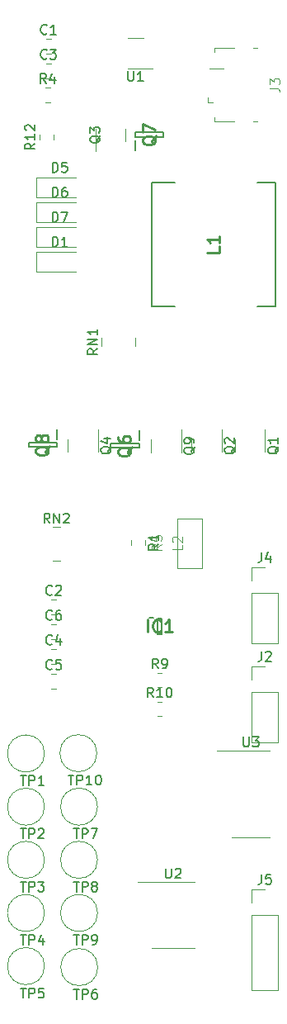
<source format=gto>
%TF.GenerationSoftware,KiCad,Pcbnew,7.0.10*%
%TF.CreationDate,2024-03-06T19:49:30-08:00*%
%TF.ProjectId,462FinalProject,34363246-696e-4616-9c50-726f6a656374,rev?*%
%TF.SameCoordinates,Original*%
%TF.FileFunction,Legend,Top*%
%TF.FilePolarity,Positive*%
%FSLAX46Y46*%
G04 Gerber Fmt 4.6, Leading zero omitted, Abs format (unit mm)*
G04 Created by KiCad (PCBNEW 7.0.10) date 2024-03-06 19:49:30*
%MOMM*%
%LPD*%
G01*
G04 APERTURE LIST*
%ADD10C,0.150000*%
%ADD11C,0.100000*%
%ADD12C,0.254000*%
%ADD13C,0.120000*%
%ADD14C,0.200000*%
G04 APERTURE END LIST*
D10*
X217162087Y-133902610D02*
X216828754Y-133426419D01*
X216590659Y-133902610D02*
X216590659Y-132902610D01*
X216590659Y-132902610D02*
X216971611Y-132902610D01*
X216971611Y-132902610D02*
X217066849Y-132950229D01*
X217066849Y-132950229D02*
X217114468Y-132997848D01*
X217114468Y-132997848D02*
X217162087Y-133093086D01*
X217162087Y-133093086D02*
X217162087Y-133235943D01*
X217162087Y-133235943D02*
X217114468Y-133331181D01*
X217114468Y-133331181D02*
X217066849Y-133378800D01*
X217066849Y-133378800D02*
X216971611Y-133426419D01*
X216971611Y-133426419D02*
X216590659Y-133426419D01*
X218114468Y-133902610D02*
X217543040Y-133902610D01*
X217828754Y-133902610D02*
X217828754Y-132902610D01*
X217828754Y-132902610D02*
X217733516Y-133045467D01*
X217733516Y-133045467D02*
X217638278Y-133140705D01*
X217638278Y-133140705D02*
X217543040Y-133188324D01*
X218733516Y-132902610D02*
X218828754Y-132902610D01*
X218828754Y-132902610D02*
X218923992Y-132950229D01*
X218923992Y-132950229D02*
X218971611Y-132997848D01*
X218971611Y-132997848D02*
X219019230Y-133093086D01*
X219019230Y-133093086D02*
X219066849Y-133283562D01*
X219066849Y-133283562D02*
X219066849Y-133521657D01*
X219066849Y-133521657D02*
X219019230Y-133712133D01*
X219019230Y-133712133D02*
X218971611Y-133807371D01*
X218971611Y-133807371D02*
X218923992Y-133854991D01*
X218923992Y-133854991D02*
X218828754Y-133902610D01*
X218828754Y-133902610D02*
X218733516Y-133902610D01*
X218733516Y-133902610D02*
X218638278Y-133854991D01*
X218638278Y-133854991D02*
X218590659Y-133807371D01*
X218590659Y-133807371D02*
X218543040Y-133712133D01*
X218543040Y-133712133D02*
X218495421Y-133521657D01*
X218495421Y-133521657D02*
X218495421Y-133283562D01*
X218495421Y-133283562D02*
X218543040Y-133093086D01*
X218543040Y-133093086D02*
X218590659Y-132997848D01*
X218590659Y-132997848D02*
X218638278Y-132950229D01*
X218638278Y-132950229D02*
X218733516Y-132902610D01*
X208989310Y-163826839D02*
X209560738Y-163826839D01*
X209275024Y-164826839D02*
X209275024Y-163826839D01*
X209894072Y-164826839D02*
X209894072Y-163826839D01*
X209894072Y-163826839D02*
X210275024Y-163826839D01*
X210275024Y-163826839D02*
X210370262Y-163874458D01*
X210370262Y-163874458D02*
X210417881Y-163922077D01*
X210417881Y-163922077D02*
X210465500Y-164017315D01*
X210465500Y-164017315D02*
X210465500Y-164160172D01*
X210465500Y-164160172D02*
X210417881Y-164255410D01*
X210417881Y-164255410D02*
X210370262Y-164303029D01*
X210370262Y-164303029D02*
X210275024Y-164350648D01*
X210275024Y-164350648D02*
X209894072Y-164350648D01*
X211322643Y-163826839D02*
X211132167Y-163826839D01*
X211132167Y-163826839D02*
X211036929Y-163874458D01*
X211036929Y-163874458D02*
X210989310Y-163922077D01*
X210989310Y-163922077D02*
X210894072Y-164064934D01*
X210894072Y-164064934D02*
X210846453Y-164255410D01*
X210846453Y-164255410D02*
X210846453Y-164636362D01*
X210846453Y-164636362D02*
X210894072Y-164731600D01*
X210894072Y-164731600D02*
X210941691Y-164779220D01*
X210941691Y-164779220D02*
X211036929Y-164826839D01*
X211036929Y-164826839D02*
X211227405Y-164826839D01*
X211227405Y-164826839D02*
X211322643Y-164779220D01*
X211322643Y-164779220D02*
X211370262Y-164731600D01*
X211370262Y-164731600D02*
X211417881Y-164636362D01*
X211417881Y-164636362D02*
X211417881Y-164398267D01*
X211417881Y-164398267D02*
X211370262Y-164303029D01*
X211370262Y-164303029D02*
X211322643Y-164255410D01*
X211322643Y-164255410D02*
X211227405Y-164207791D01*
X211227405Y-164207791D02*
X211036929Y-164207791D01*
X211036929Y-164207791D02*
X210941691Y-164255410D01*
X210941691Y-164255410D02*
X210894072Y-164303029D01*
X210894072Y-164303029D02*
X210846453Y-164398267D01*
X221418119Y-108234762D02*
X221370500Y-108330000D01*
X221370500Y-108330000D02*
X221275262Y-108425238D01*
X221275262Y-108425238D02*
X221132404Y-108568095D01*
X221132404Y-108568095D02*
X221084785Y-108663333D01*
X221084785Y-108663333D02*
X221084785Y-108758571D01*
X221322881Y-108710952D02*
X221275262Y-108806190D01*
X221275262Y-108806190D02*
X221180023Y-108901428D01*
X221180023Y-108901428D02*
X220989547Y-108949047D01*
X220989547Y-108949047D02*
X220656214Y-108949047D01*
X220656214Y-108949047D02*
X220465738Y-108901428D01*
X220465738Y-108901428D02*
X220370500Y-108806190D01*
X220370500Y-108806190D02*
X220322881Y-108710952D01*
X220322881Y-108710952D02*
X220322881Y-108520476D01*
X220322881Y-108520476D02*
X220370500Y-108425238D01*
X220370500Y-108425238D02*
X220465738Y-108330000D01*
X220465738Y-108330000D02*
X220656214Y-108282381D01*
X220656214Y-108282381D02*
X220989547Y-108282381D01*
X220989547Y-108282381D02*
X221180023Y-108330000D01*
X221180023Y-108330000D02*
X221275262Y-108425238D01*
X221275262Y-108425238D02*
X221322881Y-108520476D01*
X221322881Y-108520476D02*
X221322881Y-108710952D01*
X221322881Y-107806190D02*
X221322881Y-107615714D01*
X221322881Y-107615714D02*
X221275262Y-107520476D01*
X221275262Y-107520476D02*
X221227642Y-107472857D01*
X221227642Y-107472857D02*
X221084785Y-107377619D01*
X221084785Y-107377619D02*
X220894309Y-107330000D01*
X220894309Y-107330000D02*
X220513357Y-107330000D01*
X220513357Y-107330000D02*
X220418119Y-107377619D01*
X220418119Y-107377619D02*
X220370500Y-107425238D01*
X220370500Y-107425238D02*
X220322881Y-107520476D01*
X220322881Y-107520476D02*
X220322881Y-107710952D01*
X220322881Y-107710952D02*
X220370500Y-107806190D01*
X220370500Y-107806190D02*
X220418119Y-107853809D01*
X220418119Y-107853809D02*
X220513357Y-107901428D01*
X220513357Y-107901428D02*
X220751452Y-107901428D01*
X220751452Y-107901428D02*
X220846690Y-107853809D01*
X220846690Y-107853809D02*
X220894309Y-107806190D01*
X220894309Y-107806190D02*
X220941928Y-107710952D01*
X220941928Y-107710952D02*
X220941928Y-107520476D01*
X220941928Y-107520476D02*
X220894309Y-107425238D01*
X220894309Y-107425238D02*
X220846690Y-107377619D01*
X220846690Y-107377619D02*
X220751452Y-107330000D01*
X206766160Y-125878384D02*
X206718541Y-125926004D01*
X206718541Y-125926004D02*
X206575684Y-125973623D01*
X206575684Y-125973623D02*
X206480446Y-125973623D01*
X206480446Y-125973623D02*
X206337589Y-125926004D01*
X206337589Y-125926004D02*
X206242351Y-125830765D01*
X206242351Y-125830765D02*
X206194732Y-125735527D01*
X206194732Y-125735527D02*
X206147113Y-125545051D01*
X206147113Y-125545051D02*
X206147113Y-125402194D01*
X206147113Y-125402194D02*
X206194732Y-125211718D01*
X206194732Y-125211718D02*
X206242351Y-125116480D01*
X206242351Y-125116480D02*
X206337589Y-125021242D01*
X206337589Y-125021242D02*
X206480446Y-124973623D01*
X206480446Y-124973623D02*
X206575684Y-124973623D01*
X206575684Y-124973623D02*
X206718541Y-125021242D01*
X206718541Y-125021242D02*
X206766160Y-125068861D01*
X207623303Y-124973623D02*
X207432827Y-124973623D01*
X207432827Y-124973623D02*
X207337589Y-125021242D01*
X207337589Y-125021242D02*
X207289970Y-125068861D01*
X207289970Y-125068861D02*
X207194732Y-125211718D01*
X207194732Y-125211718D02*
X207147113Y-125402194D01*
X207147113Y-125402194D02*
X207147113Y-125783146D01*
X207147113Y-125783146D02*
X207194732Y-125878384D01*
X207194732Y-125878384D02*
X207242351Y-125926004D01*
X207242351Y-125926004D02*
X207337589Y-125973623D01*
X207337589Y-125973623D02*
X207528065Y-125973623D01*
X207528065Y-125973623D02*
X207623303Y-125926004D01*
X207623303Y-125926004D02*
X207670922Y-125878384D01*
X207670922Y-125878384D02*
X207718541Y-125783146D01*
X207718541Y-125783146D02*
X207718541Y-125545051D01*
X207718541Y-125545051D02*
X207670922Y-125449813D01*
X207670922Y-125449813D02*
X207623303Y-125402194D01*
X207623303Y-125402194D02*
X207528065Y-125354575D01*
X207528065Y-125354575D02*
X207337589Y-125354575D01*
X207337589Y-125354575D02*
X207242351Y-125402194D01*
X207242351Y-125402194D02*
X207194732Y-125449813D01*
X207194732Y-125449813D02*
X207147113Y-125545051D01*
X206802624Y-80071099D02*
X206802624Y-79071099D01*
X206802624Y-79071099D02*
X207040719Y-79071099D01*
X207040719Y-79071099D02*
X207183576Y-79118718D01*
X207183576Y-79118718D02*
X207278814Y-79213956D01*
X207278814Y-79213956D02*
X207326433Y-79309194D01*
X207326433Y-79309194D02*
X207374052Y-79499670D01*
X207374052Y-79499670D02*
X207374052Y-79642527D01*
X207374052Y-79642527D02*
X207326433Y-79833003D01*
X207326433Y-79833003D02*
X207278814Y-79928241D01*
X207278814Y-79928241D02*
X207183576Y-80023480D01*
X207183576Y-80023480D02*
X207040719Y-80071099D01*
X207040719Y-80071099D02*
X206802624Y-80071099D01*
X208278814Y-79071099D02*
X207802624Y-79071099D01*
X207802624Y-79071099D02*
X207755005Y-79547289D01*
X207755005Y-79547289D02*
X207802624Y-79499670D01*
X207802624Y-79499670D02*
X207897862Y-79452051D01*
X207897862Y-79452051D02*
X208135957Y-79452051D01*
X208135957Y-79452051D02*
X208231195Y-79499670D01*
X208231195Y-79499670D02*
X208278814Y-79547289D01*
X208278814Y-79547289D02*
X208326433Y-79642527D01*
X208326433Y-79642527D02*
X208326433Y-79880622D01*
X208326433Y-79880622D02*
X208278814Y-79975860D01*
X208278814Y-79975860D02*
X208231195Y-80023480D01*
X208231195Y-80023480D02*
X208135957Y-80071099D01*
X208135957Y-80071099D02*
X207897862Y-80071099D01*
X207897862Y-80071099D02*
X207802624Y-80023480D01*
X207802624Y-80023480D02*
X207755005Y-79975860D01*
X208968290Y-152823483D02*
X209539718Y-152823483D01*
X209254004Y-153823483D02*
X209254004Y-152823483D01*
X209873052Y-153823483D02*
X209873052Y-152823483D01*
X209873052Y-152823483D02*
X210254004Y-152823483D01*
X210254004Y-152823483D02*
X210349242Y-152871102D01*
X210349242Y-152871102D02*
X210396861Y-152918721D01*
X210396861Y-152918721D02*
X210444480Y-153013959D01*
X210444480Y-153013959D02*
X210444480Y-153156816D01*
X210444480Y-153156816D02*
X210396861Y-153252054D01*
X210396861Y-153252054D02*
X210349242Y-153299673D01*
X210349242Y-153299673D02*
X210254004Y-153347292D01*
X210254004Y-153347292D02*
X209873052Y-153347292D01*
X211015909Y-153252054D02*
X210920671Y-153204435D01*
X210920671Y-153204435D02*
X210873052Y-153156816D01*
X210873052Y-153156816D02*
X210825433Y-153061578D01*
X210825433Y-153061578D02*
X210825433Y-153013959D01*
X210825433Y-153013959D02*
X210873052Y-152918721D01*
X210873052Y-152918721D02*
X210920671Y-152871102D01*
X210920671Y-152871102D02*
X211015909Y-152823483D01*
X211015909Y-152823483D02*
X211206385Y-152823483D01*
X211206385Y-152823483D02*
X211301623Y-152871102D01*
X211301623Y-152871102D02*
X211349242Y-152918721D01*
X211349242Y-152918721D02*
X211396861Y-153013959D01*
X211396861Y-153013959D02*
X211396861Y-153061578D01*
X211396861Y-153061578D02*
X211349242Y-153156816D01*
X211349242Y-153156816D02*
X211301623Y-153204435D01*
X211301623Y-153204435D02*
X211206385Y-153252054D01*
X211206385Y-153252054D02*
X211015909Y-153252054D01*
X211015909Y-153252054D02*
X210920671Y-153299673D01*
X210920671Y-153299673D02*
X210873052Y-153347292D01*
X210873052Y-153347292D02*
X210825433Y-153442530D01*
X210825433Y-153442530D02*
X210825433Y-153633006D01*
X210825433Y-153633006D02*
X210873052Y-153728244D01*
X210873052Y-153728244D02*
X210920671Y-153775864D01*
X210920671Y-153775864D02*
X211015909Y-153823483D01*
X211015909Y-153823483D02*
X211206385Y-153823483D01*
X211206385Y-153823483D02*
X211301623Y-153775864D01*
X211301623Y-153775864D02*
X211349242Y-153728244D01*
X211349242Y-153728244D02*
X211396861Y-153633006D01*
X211396861Y-153633006D02*
X211396861Y-153442530D01*
X211396861Y-153442530D02*
X211349242Y-153347292D01*
X211349242Y-153347292D02*
X211301623Y-153299673D01*
X211301623Y-153299673D02*
X211206385Y-153252054D01*
X203518290Y-152823483D02*
X204089718Y-152823483D01*
X203804004Y-153823483D02*
X203804004Y-152823483D01*
X204423052Y-153823483D02*
X204423052Y-152823483D01*
X204423052Y-152823483D02*
X204804004Y-152823483D01*
X204804004Y-152823483D02*
X204899242Y-152871102D01*
X204899242Y-152871102D02*
X204946861Y-152918721D01*
X204946861Y-152918721D02*
X204994480Y-153013959D01*
X204994480Y-153013959D02*
X204994480Y-153156816D01*
X204994480Y-153156816D02*
X204946861Y-153252054D01*
X204946861Y-153252054D02*
X204899242Y-153299673D01*
X204899242Y-153299673D02*
X204804004Y-153347292D01*
X204804004Y-153347292D02*
X204423052Y-153347292D01*
X205327814Y-152823483D02*
X205946861Y-152823483D01*
X205946861Y-152823483D02*
X205613528Y-153204435D01*
X205613528Y-153204435D02*
X205756385Y-153204435D01*
X205756385Y-153204435D02*
X205851623Y-153252054D01*
X205851623Y-153252054D02*
X205899242Y-153299673D01*
X205899242Y-153299673D02*
X205946861Y-153394911D01*
X205946861Y-153394911D02*
X205946861Y-153633006D01*
X205946861Y-153633006D02*
X205899242Y-153728244D01*
X205899242Y-153728244D02*
X205851623Y-153775864D01*
X205851623Y-153775864D02*
X205756385Y-153823483D01*
X205756385Y-153823483D02*
X205470671Y-153823483D01*
X205470671Y-153823483D02*
X205375433Y-153775864D01*
X205375433Y-153775864D02*
X205327814Y-153728244D01*
D11*
X220107825Y-118267916D02*
X220107825Y-118744106D01*
X220107825Y-118744106D02*
X219107825Y-118744106D01*
X219203063Y-117982201D02*
X219155444Y-117934582D01*
X219155444Y-117934582D02*
X219107825Y-117839344D01*
X219107825Y-117839344D02*
X219107825Y-117601249D01*
X219107825Y-117601249D02*
X219155444Y-117506011D01*
X219155444Y-117506011D02*
X219203063Y-117458392D01*
X219203063Y-117458392D02*
X219298301Y-117410773D01*
X219298301Y-117410773D02*
X219393539Y-117410773D01*
X219393539Y-117410773D02*
X219536396Y-117458392D01*
X219536396Y-117458392D02*
X220107825Y-118029820D01*
X220107825Y-118029820D02*
X220107825Y-117410773D01*
D12*
X206492195Y-108155606D02*
X206431719Y-108276558D01*
X206431719Y-108276558D02*
X206310767Y-108397511D01*
X206310767Y-108397511D02*
X206129338Y-108578939D01*
X206129338Y-108578939D02*
X206068862Y-108699892D01*
X206068862Y-108699892D02*
X206068862Y-108820844D01*
X206371243Y-108760368D02*
X206310767Y-108881320D01*
X206310767Y-108881320D02*
X206189814Y-109002273D01*
X206189814Y-109002273D02*
X205947909Y-109062749D01*
X205947909Y-109062749D02*
X205524576Y-109062749D01*
X205524576Y-109062749D02*
X205282671Y-109002273D01*
X205282671Y-109002273D02*
X205161719Y-108881320D01*
X205161719Y-108881320D02*
X205101243Y-108760368D01*
X205101243Y-108760368D02*
X205101243Y-108518463D01*
X205101243Y-108518463D02*
X205161719Y-108397511D01*
X205161719Y-108397511D02*
X205282671Y-108276558D01*
X205282671Y-108276558D02*
X205524576Y-108216082D01*
X205524576Y-108216082D02*
X205947909Y-108216082D01*
X205947909Y-108216082D02*
X206189814Y-108276558D01*
X206189814Y-108276558D02*
X206310767Y-108397511D01*
X206310767Y-108397511D02*
X206371243Y-108518463D01*
X206371243Y-108518463D02*
X206371243Y-108760368D01*
X205645528Y-107490368D02*
X205585052Y-107611320D01*
X205585052Y-107611320D02*
X205524576Y-107671797D01*
X205524576Y-107671797D02*
X205403624Y-107732273D01*
X205403624Y-107732273D02*
X205343147Y-107732273D01*
X205343147Y-107732273D02*
X205222195Y-107671797D01*
X205222195Y-107671797D02*
X205161719Y-107611320D01*
X205161719Y-107611320D02*
X205101243Y-107490368D01*
X205101243Y-107490368D02*
X205101243Y-107248463D01*
X205101243Y-107248463D02*
X205161719Y-107127511D01*
X205161719Y-107127511D02*
X205222195Y-107067035D01*
X205222195Y-107067035D02*
X205343147Y-107006558D01*
X205343147Y-107006558D02*
X205403624Y-107006558D01*
X205403624Y-107006558D02*
X205524576Y-107067035D01*
X205524576Y-107067035D02*
X205585052Y-107127511D01*
X205585052Y-107127511D02*
X205645528Y-107248463D01*
X205645528Y-107248463D02*
X205645528Y-107490368D01*
X205645528Y-107490368D02*
X205706005Y-107611320D01*
X205706005Y-107611320D02*
X205766481Y-107671797D01*
X205766481Y-107671797D02*
X205887433Y-107732273D01*
X205887433Y-107732273D02*
X206129338Y-107732273D01*
X206129338Y-107732273D02*
X206250290Y-107671797D01*
X206250290Y-107671797D02*
X206310767Y-107611320D01*
X206310767Y-107611320D02*
X206371243Y-107490368D01*
X206371243Y-107490368D02*
X206371243Y-107248463D01*
X206371243Y-107248463D02*
X206310767Y-107127511D01*
X206310767Y-107127511D02*
X206250290Y-107067035D01*
X206250290Y-107067035D02*
X206129338Y-107006558D01*
X206129338Y-107006558D02*
X205887433Y-107006558D01*
X205887433Y-107006558D02*
X205766481Y-107067035D01*
X205766481Y-107067035D02*
X205706005Y-107127511D01*
X205706005Y-107127511D02*
X205645528Y-107248463D01*
D10*
X205000340Y-77112606D02*
X204524149Y-77445939D01*
X205000340Y-77684034D02*
X204000340Y-77684034D01*
X204000340Y-77684034D02*
X204000340Y-77303082D01*
X204000340Y-77303082D02*
X204047959Y-77207844D01*
X204047959Y-77207844D02*
X204095578Y-77160225D01*
X204095578Y-77160225D02*
X204190816Y-77112606D01*
X204190816Y-77112606D02*
X204333673Y-77112606D01*
X204333673Y-77112606D02*
X204428911Y-77160225D01*
X204428911Y-77160225D02*
X204476530Y-77207844D01*
X204476530Y-77207844D02*
X204524149Y-77303082D01*
X204524149Y-77303082D02*
X204524149Y-77684034D01*
X205000340Y-76160225D02*
X205000340Y-76731653D01*
X205000340Y-76445939D02*
X204000340Y-76445939D01*
X204000340Y-76445939D02*
X204143197Y-76541177D01*
X204143197Y-76541177D02*
X204238435Y-76636415D01*
X204238435Y-76636415D02*
X204286054Y-76731653D01*
X204095578Y-75779272D02*
X204047959Y-75731653D01*
X204047959Y-75731653D02*
X204000340Y-75636415D01*
X204000340Y-75636415D02*
X204000340Y-75398320D01*
X204000340Y-75398320D02*
X204047959Y-75303082D01*
X204047959Y-75303082D02*
X204095578Y-75255463D01*
X204095578Y-75255463D02*
X204190816Y-75207844D01*
X204190816Y-75207844D02*
X204286054Y-75207844D01*
X204286054Y-75207844D02*
X204428911Y-75255463D01*
X204428911Y-75255463D02*
X205000340Y-75826891D01*
X205000340Y-75826891D02*
X205000340Y-75207844D01*
X208968290Y-158273483D02*
X209539718Y-158273483D01*
X209254004Y-159273483D02*
X209254004Y-158273483D01*
X209873052Y-159273483D02*
X209873052Y-158273483D01*
X209873052Y-158273483D02*
X210254004Y-158273483D01*
X210254004Y-158273483D02*
X210349242Y-158321102D01*
X210349242Y-158321102D02*
X210396861Y-158368721D01*
X210396861Y-158368721D02*
X210444480Y-158463959D01*
X210444480Y-158463959D02*
X210444480Y-158606816D01*
X210444480Y-158606816D02*
X210396861Y-158702054D01*
X210396861Y-158702054D02*
X210349242Y-158749673D01*
X210349242Y-158749673D02*
X210254004Y-158797292D01*
X210254004Y-158797292D02*
X209873052Y-158797292D01*
X210920671Y-159273483D02*
X211111147Y-159273483D01*
X211111147Y-159273483D02*
X211206385Y-159225864D01*
X211206385Y-159225864D02*
X211254004Y-159178244D01*
X211254004Y-159178244D02*
X211349242Y-159035387D01*
X211349242Y-159035387D02*
X211396861Y-158844911D01*
X211396861Y-158844911D02*
X211396861Y-158463959D01*
X211396861Y-158463959D02*
X211349242Y-158368721D01*
X211349242Y-158368721D02*
X211301623Y-158321102D01*
X211301623Y-158321102D02*
X211206385Y-158273483D01*
X211206385Y-158273483D02*
X211015909Y-158273483D01*
X211015909Y-158273483D02*
X210920671Y-158321102D01*
X210920671Y-158321102D02*
X210873052Y-158368721D01*
X210873052Y-158368721D02*
X210825433Y-158463959D01*
X210825433Y-158463959D02*
X210825433Y-158702054D01*
X210825433Y-158702054D02*
X210873052Y-158797292D01*
X210873052Y-158797292D02*
X210920671Y-158844911D01*
X210920671Y-158844911D02*
X211015909Y-158892530D01*
X211015909Y-158892530D02*
X211206385Y-158892530D01*
X211206385Y-158892530D02*
X211301623Y-158844911D01*
X211301623Y-158844911D02*
X211349242Y-158797292D01*
X211349242Y-158797292D02*
X211396861Y-158702054D01*
X206802624Y-85151099D02*
X206802624Y-84151099D01*
X206802624Y-84151099D02*
X207040719Y-84151099D01*
X207040719Y-84151099D02*
X207183576Y-84198718D01*
X207183576Y-84198718D02*
X207278814Y-84293956D01*
X207278814Y-84293956D02*
X207326433Y-84389194D01*
X207326433Y-84389194D02*
X207374052Y-84579670D01*
X207374052Y-84579670D02*
X207374052Y-84722527D01*
X207374052Y-84722527D02*
X207326433Y-84913003D01*
X207326433Y-84913003D02*
X207278814Y-85008241D01*
X207278814Y-85008241D02*
X207183576Y-85103480D01*
X207183576Y-85103480D02*
X207040719Y-85151099D01*
X207040719Y-85151099D02*
X206802624Y-85151099D01*
X207707386Y-84151099D02*
X208374052Y-84151099D01*
X208374052Y-84151099D02*
X207945481Y-85151099D01*
X206225520Y-65840516D02*
X206177901Y-65888136D01*
X206177901Y-65888136D02*
X206035044Y-65935755D01*
X206035044Y-65935755D02*
X205939806Y-65935755D01*
X205939806Y-65935755D02*
X205796949Y-65888136D01*
X205796949Y-65888136D02*
X205701711Y-65792897D01*
X205701711Y-65792897D02*
X205654092Y-65697659D01*
X205654092Y-65697659D02*
X205606473Y-65507183D01*
X205606473Y-65507183D02*
X205606473Y-65364326D01*
X205606473Y-65364326D02*
X205654092Y-65173850D01*
X205654092Y-65173850D02*
X205701711Y-65078612D01*
X205701711Y-65078612D02*
X205796949Y-64983374D01*
X205796949Y-64983374D02*
X205939806Y-64935755D01*
X205939806Y-64935755D02*
X206035044Y-64935755D01*
X206035044Y-64935755D02*
X206177901Y-64983374D01*
X206177901Y-64983374D02*
X206225520Y-65030993D01*
X207177901Y-65935755D02*
X206606473Y-65935755D01*
X206892187Y-65935755D02*
X206892187Y-64935755D01*
X206892187Y-64935755D02*
X206796949Y-65078612D01*
X206796949Y-65078612D02*
X206701711Y-65173850D01*
X206701711Y-65173850D02*
X206606473Y-65221469D01*
X211750916Y-76332602D02*
X211703297Y-76427840D01*
X211703297Y-76427840D02*
X211608059Y-76523078D01*
X211608059Y-76523078D02*
X211465201Y-76665935D01*
X211465201Y-76665935D02*
X211417582Y-76761173D01*
X211417582Y-76761173D02*
X211417582Y-76856411D01*
X211655678Y-76808792D02*
X211608059Y-76904030D01*
X211608059Y-76904030D02*
X211512820Y-76999268D01*
X211512820Y-76999268D02*
X211322344Y-77046887D01*
X211322344Y-77046887D02*
X210989011Y-77046887D01*
X210989011Y-77046887D02*
X210798535Y-76999268D01*
X210798535Y-76999268D02*
X210703297Y-76904030D01*
X210703297Y-76904030D02*
X210655678Y-76808792D01*
X210655678Y-76808792D02*
X210655678Y-76618316D01*
X210655678Y-76618316D02*
X210703297Y-76523078D01*
X210703297Y-76523078D02*
X210798535Y-76427840D01*
X210798535Y-76427840D02*
X210989011Y-76380221D01*
X210989011Y-76380221D02*
X211322344Y-76380221D01*
X211322344Y-76380221D02*
X211512820Y-76427840D01*
X211512820Y-76427840D02*
X211608059Y-76523078D01*
X211608059Y-76523078D02*
X211655678Y-76618316D01*
X211655678Y-76618316D02*
X211655678Y-76808792D01*
X210655678Y-76046887D02*
X210655678Y-75427840D01*
X210655678Y-75427840D02*
X211036630Y-75761173D01*
X211036630Y-75761173D02*
X211036630Y-75618316D01*
X211036630Y-75618316D02*
X211084249Y-75523078D01*
X211084249Y-75523078D02*
X211131868Y-75475459D01*
X211131868Y-75475459D02*
X211227106Y-75427840D01*
X211227106Y-75427840D02*
X211465201Y-75427840D01*
X211465201Y-75427840D02*
X211560439Y-75475459D01*
X211560439Y-75475459D02*
X211608059Y-75523078D01*
X211608059Y-75523078D02*
X211655678Y-75618316D01*
X211655678Y-75618316D02*
X211655678Y-75904030D01*
X211655678Y-75904030D02*
X211608059Y-75999268D01*
X211608059Y-75999268D02*
X211560439Y-76046887D01*
X206527475Y-116037498D02*
X206194142Y-115561307D01*
X205956047Y-116037498D02*
X205956047Y-115037498D01*
X205956047Y-115037498D02*
X206336999Y-115037498D01*
X206336999Y-115037498D02*
X206432237Y-115085117D01*
X206432237Y-115085117D02*
X206479856Y-115132736D01*
X206479856Y-115132736D02*
X206527475Y-115227974D01*
X206527475Y-115227974D02*
X206527475Y-115370831D01*
X206527475Y-115370831D02*
X206479856Y-115466069D01*
X206479856Y-115466069D02*
X206432237Y-115513688D01*
X206432237Y-115513688D02*
X206336999Y-115561307D01*
X206336999Y-115561307D02*
X205956047Y-115561307D01*
X206956047Y-116037498D02*
X206956047Y-115037498D01*
X206956047Y-115037498D02*
X207527475Y-116037498D01*
X207527475Y-116037498D02*
X207527475Y-115037498D01*
X207956047Y-115132736D02*
X208003666Y-115085117D01*
X208003666Y-115085117D02*
X208098904Y-115037498D01*
X208098904Y-115037498D02*
X208336999Y-115037498D01*
X208336999Y-115037498D02*
X208432237Y-115085117D01*
X208432237Y-115085117D02*
X208479856Y-115132736D01*
X208479856Y-115132736D02*
X208527475Y-115227974D01*
X208527475Y-115227974D02*
X208527475Y-115323212D01*
X208527475Y-115323212D02*
X208479856Y-115466069D01*
X208479856Y-115466069D02*
X207908428Y-116037498D01*
X207908428Y-116037498D02*
X208527475Y-116037498D01*
X226415720Y-137970360D02*
X226415720Y-138779883D01*
X226415720Y-138779883D02*
X226463339Y-138875121D01*
X226463339Y-138875121D02*
X226510958Y-138922741D01*
X226510958Y-138922741D02*
X226606196Y-138970360D01*
X226606196Y-138970360D02*
X226796672Y-138970360D01*
X226796672Y-138970360D02*
X226891910Y-138922741D01*
X226891910Y-138922741D02*
X226939529Y-138875121D01*
X226939529Y-138875121D02*
X226987148Y-138779883D01*
X226987148Y-138779883D02*
X226987148Y-137970360D01*
X227368101Y-137970360D02*
X227987148Y-137970360D01*
X227987148Y-137970360D02*
X227653815Y-138351312D01*
X227653815Y-138351312D02*
X227796672Y-138351312D01*
X227796672Y-138351312D02*
X227891910Y-138398931D01*
X227891910Y-138398931D02*
X227939529Y-138446550D01*
X227939529Y-138446550D02*
X227987148Y-138541788D01*
X227987148Y-138541788D02*
X227987148Y-138779883D01*
X227987148Y-138779883D02*
X227939529Y-138875121D01*
X227939529Y-138875121D02*
X227891910Y-138922741D01*
X227891910Y-138922741D02*
X227796672Y-138970360D01*
X227796672Y-138970360D02*
X227510958Y-138970360D01*
X227510958Y-138970360D02*
X227415720Y-138922741D01*
X227415720Y-138922741D02*
X227368101Y-138875121D01*
D11*
X229107419Y-71453333D02*
X229821704Y-71453333D01*
X229821704Y-71453333D02*
X229964561Y-71500952D01*
X229964561Y-71500952D02*
X230059800Y-71596190D01*
X230059800Y-71596190D02*
X230107419Y-71739047D01*
X230107419Y-71739047D02*
X230107419Y-71834285D01*
X229107419Y-71072380D02*
X229107419Y-70453333D01*
X229107419Y-70453333D02*
X229488371Y-70786666D01*
X229488371Y-70786666D02*
X229488371Y-70643809D01*
X229488371Y-70643809D02*
X229535990Y-70548571D01*
X229535990Y-70548571D02*
X229583609Y-70500952D01*
X229583609Y-70500952D02*
X229678847Y-70453333D01*
X229678847Y-70453333D02*
X229916942Y-70453333D01*
X229916942Y-70453333D02*
X230012180Y-70500952D01*
X230012180Y-70500952D02*
X230059800Y-70548571D01*
X230059800Y-70548571D02*
X230107419Y-70643809D01*
X230107419Y-70643809D02*
X230107419Y-70929523D01*
X230107419Y-70929523D02*
X230059800Y-71024761D01*
X230059800Y-71024761D02*
X230012180Y-71072380D01*
D10*
X203518290Y-141923483D02*
X204089718Y-141923483D01*
X203804004Y-142923483D02*
X203804004Y-141923483D01*
X204423052Y-142923483D02*
X204423052Y-141923483D01*
X204423052Y-141923483D02*
X204804004Y-141923483D01*
X204804004Y-141923483D02*
X204899242Y-141971102D01*
X204899242Y-141971102D02*
X204946861Y-142018721D01*
X204946861Y-142018721D02*
X204994480Y-142113959D01*
X204994480Y-142113959D02*
X204994480Y-142256816D01*
X204994480Y-142256816D02*
X204946861Y-142352054D01*
X204946861Y-142352054D02*
X204899242Y-142399673D01*
X204899242Y-142399673D02*
X204804004Y-142447292D01*
X204804004Y-142447292D02*
X204423052Y-142447292D01*
X205946861Y-142923483D02*
X205375433Y-142923483D01*
X205661147Y-142923483D02*
X205661147Y-141923483D01*
X205661147Y-141923483D02*
X205565909Y-142066340D01*
X205565909Y-142066340D02*
X205470671Y-142161578D01*
X205470671Y-142161578D02*
X205375433Y-142209197D01*
X206802624Y-82611099D02*
X206802624Y-81611099D01*
X206802624Y-81611099D02*
X207040719Y-81611099D01*
X207040719Y-81611099D02*
X207183576Y-81658718D01*
X207183576Y-81658718D02*
X207278814Y-81753956D01*
X207278814Y-81753956D02*
X207326433Y-81849194D01*
X207326433Y-81849194D02*
X207374052Y-82039670D01*
X207374052Y-82039670D02*
X207374052Y-82182527D01*
X207374052Y-82182527D02*
X207326433Y-82373003D01*
X207326433Y-82373003D02*
X207278814Y-82468241D01*
X207278814Y-82468241D02*
X207183576Y-82563480D01*
X207183576Y-82563480D02*
X207040719Y-82611099D01*
X207040719Y-82611099D02*
X206802624Y-82611099D01*
X208231195Y-81611099D02*
X208040719Y-81611099D01*
X208040719Y-81611099D02*
X207945481Y-81658718D01*
X207945481Y-81658718D02*
X207897862Y-81706337D01*
X207897862Y-81706337D02*
X207802624Y-81849194D01*
X207802624Y-81849194D02*
X207755005Y-82039670D01*
X207755005Y-82039670D02*
X207755005Y-82420622D01*
X207755005Y-82420622D02*
X207802624Y-82515860D01*
X207802624Y-82515860D02*
X207850243Y-82563480D01*
X207850243Y-82563480D02*
X207945481Y-82611099D01*
X207945481Y-82611099D02*
X208135957Y-82611099D01*
X208135957Y-82611099D02*
X208231195Y-82563480D01*
X208231195Y-82563480D02*
X208278814Y-82515860D01*
X208278814Y-82515860D02*
X208326433Y-82420622D01*
X208326433Y-82420622D02*
X208326433Y-82182527D01*
X208326433Y-82182527D02*
X208278814Y-82087289D01*
X208278814Y-82087289D02*
X208231195Y-82039670D01*
X208231195Y-82039670D02*
X208135957Y-81992051D01*
X208135957Y-81992051D02*
X207945481Y-81992051D01*
X207945481Y-81992051D02*
X207850243Y-82039670D01*
X207850243Y-82039670D02*
X207802624Y-82087289D01*
X207802624Y-82087289D02*
X207755005Y-82182527D01*
D11*
X218008482Y-118236384D02*
X217532291Y-118569717D01*
X218008482Y-118807812D02*
X217008482Y-118807812D01*
X217008482Y-118807812D02*
X217008482Y-118426860D01*
X217008482Y-118426860D02*
X217056101Y-118331622D01*
X217056101Y-118331622D02*
X217103720Y-118284003D01*
X217103720Y-118284003D02*
X217198958Y-118236384D01*
X217198958Y-118236384D02*
X217341815Y-118236384D01*
X217341815Y-118236384D02*
X217437053Y-118284003D01*
X217437053Y-118284003D02*
X217484672Y-118331622D01*
X217484672Y-118331622D02*
X217532291Y-118426860D01*
X217532291Y-118426860D02*
X217532291Y-118807812D01*
X217008482Y-117331622D02*
X217008482Y-117807812D01*
X217008482Y-117807812D02*
X217484672Y-117855431D01*
X217484672Y-117855431D02*
X217437053Y-117807812D01*
X217437053Y-117807812D02*
X217389434Y-117712574D01*
X217389434Y-117712574D02*
X217389434Y-117474479D01*
X217389434Y-117474479D02*
X217437053Y-117379241D01*
X217437053Y-117379241D02*
X217484672Y-117331622D01*
X217484672Y-117331622D02*
X217579910Y-117284003D01*
X217579910Y-117284003D02*
X217818005Y-117284003D01*
X217818005Y-117284003D02*
X217913243Y-117331622D01*
X217913243Y-117331622D02*
X217960863Y-117379241D01*
X217960863Y-117379241D02*
X218008482Y-117474479D01*
X218008482Y-117474479D02*
X218008482Y-117712574D01*
X218008482Y-117712574D02*
X217960863Y-117807812D01*
X217960863Y-117807812D02*
X217913243Y-117855431D01*
D10*
X206766160Y-123338384D02*
X206718541Y-123386004D01*
X206718541Y-123386004D02*
X206575684Y-123433623D01*
X206575684Y-123433623D02*
X206480446Y-123433623D01*
X206480446Y-123433623D02*
X206337589Y-123386004D01*
X206337589Y-123386004D02*
X206242351Y-123290765D01*
X206242351Y-123290765D02*
X206194732Y-123195527D01*
X206194732Y-123195527D02*
X206147113Y-123005051D01*
X206147113Y-123005051D02*
X206147113Y-122862194D01*
X206147113Y-122862194D02*
X206194732Y-122671718D01*
X206194732Y-122671718D02*
X206242351Y-122576480D01*
X206242351Y-122576480D02*
X206337589Y-122481242D01*
X206337589Y-122481242D02*
X206480446Y-122433623D01*
X206480446Y-122433623D02*
X206575684Y-122433623D01*
X206575684Y-122433623D02*
X206718541Y-122481242D01*
X206718541Y-122481242D02*
X206766160Y-122528861D01*
X207147113Y-122528861D02*
X207194732Y-122481242D01*
X207194732Y-122481242D02*
X207289970Y-122433623D01*
X207289970Y-122433623D02*
X207528065Y-122433623D01*
X207528065Y-122433623D02*
X207623303Y-122481242D01*
X207623303Y-122481242D02*
X207670922Y-122528861D01*
X207670922Y-122528861D02*
X207718541Y-122624099D01*
X207718541Y-122624099D02*
X207718541Y-122719337D01*
X207718541Y-122719337D02*
X207670922Y-122862194D01*
X207670922Y-122862194D02*
X207099494Y-123433623D01*
X207099494Y-123433623D02*
X207718541Y-123433623D01*
X208968290Y-147373483D02*
X209539718Y-147373483D01*
X209254004Y-148373483D02*
X209254004Y-147373483D01*
X209873052Y-148373483D02*
X209873052Y-147373483D01*
X209873052Y-147373483D02*
X210254004Y-147373483D01*
X210254004Y-147373483D02*
X210349242Y-147421102D01*
X210349242Y-147421102D02*
X210396861Y-147468721D01*
X210396861Y-147468721D02*
X210444480Y-147563959D01*
X210444480Y-147563959D02*
X210444480Y-147706816D01*
X210444480Y-147706816D02*
X210396861Y-147802054D01*
X210396861Y-147802054D02*
X210349242Y-147849673D01*
X210349242Y-147849673D02*
X210254004Y-147897292D01*
X210254004Y-147897292D02*
X209873052Y-147897292D01*
X210777814Y-147373483D02*
X211444480Y-147373483D01*
X211444480Y-147373483D02*
X211015909Y-148373483D01*
X225574517Y-108190746D02*
X225526898Y-108285984D01*
X225526898Y-108285984D02*
X225431660Y-108381222D01*
X225431660Y-108381222D02*
X225288802Y-108524079D01*
X225288802Y-108524079D02*
X225241183Y-108619317D01*
X225241183Y-108619317D02*
X225241183Y-108714555D01*
X225479279Y-108666936D02*
X225431660Y-108762174D01*
X225431660Y-108762174D02*
X225336421Y-108857412D01*
X225336421Y-108857412D02*
X225145945Y-108905031D01*
X225145945Y-108905031D02*
X224812612Y-108905031D01*
X224812612Y-108905031D02*
X224622136Y-108857412D01*
X224622136Y-108857412D02*
X224526898Y-108762174D01*
X224526898Y-108762174D02*
X224479279Y-108666936D01*
X224479279Y-108666936D02*
X224479279Y-108476460D01*
X224479279Y-108476460D02*
X224526898Y-108381222D01*
X224526898Y-108381222D02*
X224622136Y-108285984D01*
X224622136Y-108285984D02*
X224812612Y-108238365D01*
X224812612Y-108238365D02*
X225145945Y-108238365D01*
X225145945Y-108238365D02*
X225336421Y-108285984D01*
X225336421Y-108285984D02*
X225431660Y-108381222D01*
X225431660Y-108381222D02*
X225479279Y-108476460D01*
X225479279Y-108476460D02*
X225479279Y-108666936D01*
X224574517Y-107857412D02*
X224526898Y-107809793D01*
X224526898Y-107809793D02*
X224479279Y-107714555D01*
X224479279Y-107714555D02*
X224479279Y-107476460D01*
X224479279Y-107476460D02*
X224526898Y-107381222D01*
X224526898Y-107381222D02*
X224574517Y-107333603D01*
X224574517Y-107333603D02*
X224669755Y-107285984D01*
X224669755Y-107285984D02*
X224764993Y-107285984D01*
X224764993Y-107285984D02*
X224907850Y-107333603D01*
X224907850Y-107333603D02*
X225479279Y-107905031D01*
X225479279Y-107905031D02*
X225479279Y-107285984D01*
D12*
X217460208Y-76334951D02*
X217399732Y-76455903D01*
X217399732Y-76455903D02*
X217278780Y-76576856D01*
X217278780Y-76576856D02*
X217097351Y-76758284D01*
X217097351Y-76758284D02*
X217036875Y-76879237D01*
X217036875Y-76879237D02*
X217036875Y-77000189D01*
X217339256Y-76939713D02*
X217278780Y-77060665D01*
X217278780Y-77060665D02*
X217157827Y-77181618D01*
X217157827Y-77181618D02*
X216915922Y-77242094D01*
X216915922Y-77242094D02*
X216492589Y-77242094D01*
X216492589Y-77242094D02*
X216250684Y-77181618D01*
X216250684Y-77181618D02*
X216129732Y-77060665D01*
X216129732Y-77060665D02*
X216069256Y-76939713D01*
X216069256Y-76939713D02*
X216069256Y-76697808D01*
X216069256Y-76697808D02*
X216129732Y-76576856D01*
X216129732Y-76576856D02*
X216250684Y-76455903D01*
X216250684Y-76455903D02*
X216492589Y-76395427D01*
X216492589Y-76395427D02*
X216915922Y-76395427D01*
X216915922Y-76395427D02*
X217157827Y-76455903D01*
X217157827Y-76455903D02*
X217278780Y-76576856D01*
X217278780Y-76576856D02*
X217339256Y-76697808D01*
X217339256Y-76697808D02*
X217339256Y-76939713D01*
X216069256Y-75972094D02*
X216069256Y-75125427D01*
X216069256Y-75125427D02*
X217339256Y-75669713D01*
X223933350Y-87678728D02*
X223933350Y-88283490D01*
X223933350Y-88283490D02*
X222663350Y-88283490D01*
X223933350Y-86590156D02*
X223933350Y-87315871D01*
X223933350Y-86953014D02*
X222663350Y-86953014D01*
X222663350Y-86953014D02*
X222844778Y-87073966D01*
X222844778Y-87073966D02*
X222965731Y-87194918D01*
X222965731Y-87194918D02*
X223026207Y-87315871D01*
D10*
X228266666Y-119044819D02*
X228266666Y-119759104D01*
X228266666Y-119759104D02*
X228219047Y-119901961D01*
X228219047Y-119901961D02*
X228123809Y-119997200D01*
X228123809Y-119997200D02*
X227980952Y-120044819D01*
X227980952Y-120044819D02*
X227885714Y-120044819D01*
X229171428Y-119378152D02*
X229171428Y-120044819D01*
X228933333Y-118997200D02*
X228695238Y-119711485D01*
X228695238Y-119711485D02*
X229314285Y-119711485D01*
X208424326Y-141889865D02*
X208995754Y-141889865D01*
X208710040Y-142889865D02*
X208710040Y-141889865D01*
X209329088Y-142889865D02*
X209329088Y-141889865D01*
X209329088Y-141889865D02*
X209710040Y-141889865D01*
X209710040Y-141889865D02*
X209805278Y-141937484D01*
X209805278Y-141937484D02*
X209852897Y-141985103D01*
X209852897Y-141985103D02*
X209900516Y-142080341D01*
X209900516Y-142080341D02*
X209900516Y-142223198D01*
X209900516Y-142223198D02*
X209852897Y-142318436D01*
X209852897Y-142318436D02*
X209805278Y-142366055D01*
X209805278Y-142366055D02*
X209710040Y-142413674D01*
X209710040Y-142413674D02*
X209329088Y-142413674D01*
X210852897Y-142889865D02*
X210281469Y-142889865D01*
X210567183Y-142889865D02*
X210567183Y-141889865D01*
X210567183Y-141889865D02*
X210471945Y-142032722D01*
X210471945Y-142032722D02*
X210376707Y-142127960D01*
X210376707Y-142127960D02*
X210281469Y-142175579D01*
X211471945Y-141889865D02*
X211567183Y-141889865D01*
X211567183Y-141889865D02*
X211662421Y-141937484D01*
X211662421Y-141937484D02*
X211710040Y-141985103D01*
X211710040Y-141985103D02*
X211757659Y-142080341D01*
X211757659Y-142080341D02*
X211805278Y-142270817D01*
X211805278Y-142270817D02*
X211805278Y-142508912D01*
X211805278Y-142508912D02*
X211757659Y-142699388D01*
X211757659Y-142699388D02*
X211710040Y-142794626D01*
X211710040Y-142794626D02*
X211662421Y-142842246D01*
X211662421Y-142842246D02*
X211567183Y-142889865D01*
X211567183Y-142889865D02*
X211471945Y-142889865D01*
X211471945Y-142889865D02*
X211376707Y-142842246D01*
X211376707Y-142842246D02*
X211329088Y-142794626D01*
X211329088Y-142794626D02*
X211281469Y-142699388D01*
X211281469Y-142699388D02*
X211233850Y-142508912D01*
X211233850Y-142508912D02*
X211233850Y-142270817D01*
X211233850Y-142270817D02*
X211281469Y-142080341D01*
X211281469Y-142080341D02*
X211329088Y-141985103D01*
X211329088Y-141985103D02*
X211376707Y-141937484D01*
X211376707Y-141937484D02*
X211471945Y-141889865D01*
X228266666Y-129204819D02*
X228266666Y-129919104D01*
X228266666Y-129919104D02*
X228219047Y-130061961D01*
X228219047Y-130061961D02*
X228123809Y-130157200D01*
X228123809Y-130157200D02*
X227980952Y-130204819D01*
X227980952Y-130204819D02*
X227885714Y-130204819D01*
X228695238Y-129300057D02*
X228742857Y-129252438D01*
X228742857Y-129252438D02*
X228838095Y-129204819D01*
X228838095Y-129204819D02*
X229076190Y-129204819D01*
X229076190Y-129204819D02*
X229171428Y-129252438D01*
X229171428Y-129252438D02*
X229219047Y-129300057D01*
X229219047Y-129300057D02*
X229266666Y-129395295D01*
X229266666Y-129395295D02*
X229266666Y-129490533D01*
X229266666Y-129490533D02*
X229219047Y-129633390D01*
X229219047Y-129633390D02*
X228647619Y-130204819D01*
X228647619Y-130204819D02*
X229266666Y-130204819D01*
D12*
X216561041Y-127205560D02*
X216561041Y-125935560D01*
X217891518Y-127084607D02*
X217831042Y-127145084D01*
X217831042Y-127145084D02*
X217649613Y-127205560D01*
X217649613Y-127205560D02*
X217528661Y-127205560D01*
X217528661Y-127205560D02*
X217347232Y-127145084D01*
X217347232Y-127145084D02*
X217226280Y-127024131D01*
X217226280Y-127024131D02*
X217165803Y-126903179D01*
X217165803Y-126903179D02*
X217105327Y-126661274D01*
X217105327Y-126661274D02*
X217105327Y-126479845D01*
X217105327Y-126479845D02*
X217165803Y-126237941D01*
X217165803Y-126237941D02*
X217226280Y-126116988D01*
X217226280Y-126116988D02*
X217347232Y-125996036D01*
X217347232Y-125996036D02*
X217528661Y-125935560D01*
X217528661Y-125935560D02*
X217649613Y-125935560D01*
X217649613Y-125935560D02*
X217831042Y-125996036D01*
X217831042Y-125996036D02*
X217891518Y-126056512D01*
X219101042Y-127205560D02*
X218375327Y-127205560D01*
X218738184Y-127205560D02*
X218738184Y-125935560D01*
X218738184Y-125935560D02*
X218617232Y-126116988D01*
X218617232Y-126116988D02*
X218496280Y-126237941D01*
X218496280Y-126237941D02*
X218375327Y-126298417D01*
D10*
X203518290Y-163723483D02*
X204089718Y-163723483D01*
X203804004Y-164723483D02*
X203804004Y-163723483D01*
X204423052Y-164723483D02*
X204423052Y-163723483D01*
X204423052Y-163723483D02*
X204804004Y-163723483D01*
X204804004Y-163723483D02*
X204899242Y-163771102D01*
X204899242Y-163771102D02*
X204946861Y-163818721D01*
X204946861Y-163818721D02*
X204994480Y-163913959D01*
X204994480Y-163913959D02*
X204994480Y-164056816D01*
X204994480Y-164056816D02*
X204946861Y-164152054D01*
X204946861Y-164152054D02*
X204899242Y-164199673D01*
X204899242Y-164199673D02*
X204804004Y-164247292D01*
X204804004Y-164247292D02*
X204423052Y-164247292D01*
X205899242Y-163723483D02*
X205423052Y-163723483D01*
X205423052Y-163723483D02*
X205375433Y-164199673D01*
X205375433Y-164199673D02*
X205423052Y-164152054D01*
X205423052Y-164152054D02*
X205518290Y-164104435D01*
X205518290Y-164104435D02*
X205756385Y-164104435D01*
X205756385Y-164104435D02*
X205851623Y-164152054D01*
X205851623Y-164152054D02*
X205899242Y-164199673D01*
X205899242Y-164199673D02*
X205946861Y-164294911D01*
X205946861Y-164294911D02*
X205946861Y-164533006D01*
X205946861Y-164533006D02*
X205899242Y-164628244D01*
X205899242Y-164628244D02*
X205851623Y-164675864D01*
X205851623Y-164675864D02*
X205756385Y-164723483D01*
X205756385Y-164723483D02*
X205518290Y-164723483D01*
X205518290Y-164723483D02*
X205423052Y-164675864D01*
X205423052Y-164675864D02*
X205375433Y-164628244D01*
X228266666Y-152064819D02*
X228266666Y-152779104D01*
X228266666Y-152779104D02*
X228219047Y-152921961D01*
X228219047Y-152921961D02*
X228123809Y-153017200D01*
X228123809Y-153017200D02*
X227980952Y-153064819D01*
X227980952Y-153064819D02*
X227885714Y-153064819D01*
X229219047Y-152064819D02*
X228742857Y-152064819D01*
X228742857Y-152064819D02*
X228695238Y-152541009D01*
X228695238Y-152541009D02*
X228742857Y-152493390D01*
X228742857Y-152493390D02*
X228838095Y-152445771D01*
X228838095Y-152445771D02*
X229076190Y-152445771D01*
X229076190Y-152445771D02*
X229171428Y-152493390D01*
X229171428Y-152493390D02*
X229219047Y-152541009D01*
X229219047Y-152541009D02*
X229266666Y-152636247D01*
X229266666Y-152636247D02*
X229266666Y-152874342D01*
X229266666Y-152874342D02*
X229219047Y-152969580D01*
X229219047Y-152969580D02*
X229171428Y-153017200D01*
X229171428Y-153017200D02*
X229076190Y-153064819D01*
X229076190Y-153064819D02*
X228838095Y-153064819D01*
X228838095Y-153064819D02*
X228742857Y-153017200D01*
X228742857Y-153017200D02*
X228695238Y-152969580D01*
X203518290Y-158273483D02*
X204089718Y-158273483D01*
X203804004Y-159273483D02*
X203804004Y-158273483D01*
X204423052Y-159273483D02*
X204423052Y-158273483D01*
X204423052Y-158273483D02*
X204804004Y-158273483D01*
X204804004Y-158273483D02*
X204899242Y-158321102D01*
X204899242Y-158321102D02*
X204946861Y-158368721D01*
X204946861Y-158368721D02*
X204994480Y-158463959D01*
X204994480Y-158463959D02*
X204994480Y-158606816D01*
X204994480Y-158606816D02*
X204946861Y-158702054D01*
X204946861Y-158702054D02*
X204899242Y-158749673D01*
X204899242Y-158749673D02*
X204804004Y-158797292D01*
X204804004Y-158797292D02*
X204423052Y-158797292D01*
X205851623Y-158606816D02*
X205851623Y-159273483D01*
X205613528Y-158225864D02*
X205375433Y-158940149D01*
X205375433Y-158940149D02*
X205994480Y-158940149D01*
X212874517Y-108190746D02*
X212826898Y-108285984D01*
X212826898Y-108285984D02*
X212731660Y-108381222D01*
X212731660Y-108381222D02*
X212588802Y-108524079D01*
X212588802Y-108524079D02*
X212541183Y-108619317D01*
X212541183Y-108619317D02*
X212541183Y-108714555D01*
X212779279Y-108666936D02*
X212731660Y-108762174D01*
X212731660Y-108762174D02*
X212636421Y-108857412D01*
X212636421Y-108857412D02*
X212445945Y-108905031D01*
X212445945Y-108905031D02*
X212112612Y-108905031D01*
X212112612Y-108905031D02*
X211922136Y-108857412D01*
X211922136Y-108857412D02*
X211826898Y-108762174D01*
X211826898Y-108762174D02*
X211779279Y-108666936D01*
X211779279Y-108666936D02*
X211779279Y-108476460D01*
X211779279Y-108476460D02*
X211826898Y-108381222D01*
X211826898Y-108381222D02*
X211922136Y-108285984D01*
X211922136Y-108285984D02*
X212112612Y-108238365D01*
X212112612Y-108238365D02*
X212445945Y-108238365D01*
X212445945Y-108238365D02*
X212636421Y-108285984D01*
X212636421Y-108285984D02*
X212731660Y-108381222D01*
X212731660Y-108381222D02*
X212779279Y-108476460D01*
X212779279Y-108476460D02*
X212779279Y-108666936D01*
X212112612Y-107381222D02*
X212779279Y-107381222D01*
X211731660Y-107619317D02*
X212445945Y-107857412D01*
X212445945Y-107857412D02*
X212445945Y-107238365D01*
X230024517Y-108190746D02*
X229976898Y-108285984D01*
X229976898Y-108285984D02*
X229881660Y-108381222D01*
X229881660Y-108381222D02*
X229738802Y-108524079D01*
X229738802Y-108524079D02*
X229691183Y-108619317D01*
X229691183Y-108619317D02*
X229691183Y-108714555D01*
X229929279Y-108666936D02*
X229881660Y-108762174D01*
X229881660Y-108762174D02*
X229786421Y-108857412D01*
X229786421Y-108857412D02*
X229595945Y-108905031D01*
X229595945Y-108905031D02*
X229262612Y-108905031D01*
X229262612Y-108905031D02*
X229072136Y-108857412D01*
X229072136Y-108857412D02*
X228976898Y-108762174D01*
X228976898Y-108762174D02*
X228929279Y-108666936D01*
X228929279Y-108666936D02*
X228929279Y-108476460D01*
X228929279Y-108476460D02*
X228976898Y-108381222D01*
X228976898Y-108381222D02*
X229072136Y-108285984D01*
X229072136Y-108285984D02*
X229262612Y-108238365D01*
X229262612Y-108238365D02*
X229595945Y-108238365D01*
X229595945Y-108238365D02*
X229786421Y-108285984D01*
X229786421Y-108285984D02*
X229881660Y-108381222D01*
X229881660Y-108381222D02*
X229929279Y-108476460D01*
X229929279Y-108476460D02*
X229929279Y-108666936D01*
X229929279Y-107285984D02*
X229929279Y-107857412D01*
X229929279Y-107571698D02*
X228929279Y-107571698D01*
X228929279Y-107571698D02*
X229072136Y-107666936D01*
X229072136Y-107666936D02*
X229167374Y-107762174D01*
X229167374Y-107762174D02*
X229214993Y-107857412D01*
X203518290Y-147373483D02*
X204089718Y-147373483D01*
X203804004Y-148373483D02*
X203804004Y-147373483D01*
X204423052Y-148373483D02*
X204423052Y-147373483D01*
X204423052Y-147373483D02*
X204804004Y-147373483D01*
X204804004Y-147373483D02*
X204899242Y-147421102D01*
X204899242Y-147421102D02*
X204946861Y-147468721D01*
X204946861Y-147468721D02*
X204994480Y-147563959D01*
X204994480Y-147563959D02*
X204994480Y-147706816D01*
X204994480Y-147706816D02*
X204946861Y-147802054D01*
X204946861Y-147802054D02*
X204899242Y-147849673D01*
X204899242Y-147849673D02*
X204804004Y-147897292D01*
X204804004Y-147897292D02*
X204423052Y-147897292D01*
X205375433Y-147468721D02*
X205423052Y-147421102D01*
X205423052Y-147421102D02*
X205518290Y-147373483D01*
X205518290Y-147373483D02*
X205756385Y-147373483D01*
X205756385Y-147373483D02*
X205851623Y-147421102D01*
X205851623Y-147421102D02*
X205899242Y-147468721D01*
X205899242Y-147468721D02*
X205946861Y-147563959D01*
X205946861Y-147563959D02*
X205946861Y-147659197D01*
X205946861Y-147659197D02*
X205899242Y-147802054D01*
X205899242Y-147802054D02*
X205327814Y-148373483D01*
X205327814Y-148373483D02*
X205946861Y-148373483D01*
X211421584Y-98174303D02*
X210945393Y-98507636D01*
X211421584Y-98745731D02*
X210421584Y-98745731D01*
X210421584Y-98745731D02*
X210421584Y-98364779D01*
X210421584Y-98364779D02*
X210469203Y-98269541D01*
X210469203Y-98269541D02*
X210516822Y-98221922D01*
X210516822Y-98221922D02*
X210612060Y-98174303D01*
X210612060Y-98174303D02*
X210754917Y-98174303D01*
X210754917Y-98174303D02*
X210850155Y-98221922D01*
X210850155Y-98221922D02*
X210897774Y-98269541D01*
X210897774Y-98269541D02*
X210945393Y-98364779D01*
X210945393Y-98364779D02*
X210945393Y-98745731D01*
X211421584Y-97745731D02*
X210421584Y-97745731D01*
X210421584Y-97745731D02*
X211421584Y-97174303D01*
X211421584Y-97174303D02*
X210421584Y-97174303D01*
X211421584Y-96174303D02*
X211421584Y-96745731D01*
X211421584Y-96460017D02*
X210421584Y-96460017D01*
X210421584Y-96460017D02*
X210564441Y-96555255D01*
X210564441Y-96555255D02*
X210659679Y-96650493D01*
X210659679Y-96650493D02*
X210707298Y-96745731D01*
X206225520Y-68380516D02*
X206177901Y-68428136D01*
X206177901Y-68428136D02*
X206035044Y-68475755D01*
X206035044Y-68475755D02*
X205939806Y-68475755D01*
X205939806Y-68475755D02*
X205796949Y-68428136D01*
X205796949Y-68428136D02*
X205701711Y-68332897D01*
X205701711Y-68332897D02*
X205654092Y-68237659D01*
X205654092Y-68237659D02*
X205606473Y-68047183D01*
X205606473Y-68047183D02*
X205606473Y-67904326D01*
X205606473Y-67904326D02*
X205654092Y-67713850D01*
X205654092Y-67713850D02*
X205701711Y-67618612D01*
X205701711Y-67618612D02*
X205796949Y-67523374D01*
X205796949Y-67523374D02*
X205939806Y-67475755D01*
X205939806Y-67475755D02*
X206035044Y-67475755D01*
X206035044Y-67475755D02*
X206177901Y-67523374D01*
X206177901Y-67523374D02*
X206225520Y-67570993D01*
X206558854Y-67475755D02*
X207177901Y-67475755D01*
X207177901Y-67475755D02*
X206844568Y-67856707D01*
X206844568Y-67856707D02*
X206987425Y-67856707D01*
X206987425Y-67856707D02*
X207082663Y-67904326D01*
X207082663Y-67904326D02*
X207130282Y-67951945D01*
X207130282Y-67951945D02*
X207177901Y-68047183D01*
X207177901Y-68047183D02*
X207177901Y-68285278D01*
X207177901Y-68285278D02*
X207130282Y-68380516D01*
X207130282Y-68380516D02*
X207082663Y-68428136D01*
X207082663Y-68428136D02*
X206987425Y-68475755D01*
X206987425Y-68475755D02*
X206701711Y-68475755D01*
X206701711Y-68475755D02*
X206606473Y-68428136D01*
X206606473Y-68428136D02*
X206558854Y-68380516D01*
X206766160Y-130958384D02*
X206718541Y-131006004D01*
X206718541Y-131006004D02*
X206575684Y-131053623D01*
X206575684Y-131053623D02*
X206480446Y-131053623D01*
X206480446Y-131053623D02*
X206337589Y-131006004D01*
X206337589Y-131006004D02*
X206242351Y-130910765D01*
X206242351Y-130910765D02*
X206194732Y-130815527D01*
X206194732Y-130815527D02*
X206147113Y-130625051D01*
X206147113Y-130625051D02*
X206147113Y-130482194D01*
X206147113Y-130482194D02*
X206194732Y-130291718D01*
X206194732Y-130291718D02*
X206242351Y-130196480D01*
X206242351Y-130196480D02*
X206337589Y-130101242D01*
X206337589Y-130101242D02*
X206480446Y-130053623D01*
X206480446Y-130053623D02*
X206575684Y-130053623D01*
X206575684Y-130053623D02*
X206718541Y-130101242D01*
X206718541Y-130101242D02*
X206766160Y-130148861D01*
X207670922Y-130053623D02*
X207194732Y-130053623D01*
X207194732Y-130053623D02*
X207147113Y-130529813D01*
X207147113Y-130529813D02*
X207194732Y-130482194D01*
X207194732Y-130482194D02*
X207289970Y-130434575D01*
X207289970Y-130434575D02*
X207528065Y-130434575D01*
X207528065Y-130434575D02*
X207623303Y-130482194D01*
X207623303Y-130482194D02*
X207670922Y-130529813D01*
X207670922Y-130529813D02*
X207718541Y-130625051D01*
X207718541Y-130625051D02*
X207718541Y-130863146D01*
X207718541Y-130863146D02*
X207670922Y-130958384D01*
X207670922Y-130958384D02*
X207623303Y-131006004D01*
X207623303Y-131006004D02*
X207528065Y-131053623D01*
X207528065Y-131053623D02*
X207289970Y-131053623D01*
X207289970Y-131053623D02*
X207194732Y-131006004D01*
X207194732Y-131006004D02*
X207147113Y-130958384D01*
D12*
X214930593Y-108240952D02*
X214870117Y-108361904D01*
X214870117Y-108361904D02*
X214749165Y-108482857D01*
X214749165Y-108482857D02*
X214567736Y-108664285D01*
X214567736Y-108664285D02*
X214507260Y-108785238D01*
X214507260Y-108785238D02*
X214507260Y-108906190D01*
X214809641Y-108845714D02*
X214749165Y-108966666D01*
X214749165Y-108966666D02*
X214628212Y-109087619D01*
X214628212Y-109087619D02*
X214386307Y-109148095D01*
X214386307Y-109148095D02*
X213962974Y-109148095D01*
X213962974Y-109148095D02*
X213721069Y-109087619D01*
X213721069Y-109087619D02*
X213600117Y-108966666D01*
X213600117Y-108966666D02*
X213539641Y-108845714D01*
X213539641Y-108845714D02*
X213539641Y-108603809D01*
X213539641Y-108603809D02*
X213600117Y-108482857D01*
X213600117Y-108482857D02*
X213721069Y-108361904D01*
X213721069Y-108361904D02*
X213962974Y-108301428D01*
X213962974Y-108301428D02*
X214386307Y-108301428D01*
X214386307Y-108301428D02*
X214628212Y-108361904D01*
X214628212Y-108361904D02*
X214749165Y-108482857D01*
X214749165Y-108482857D02*
X214809641Y-108603809D01*
X214809641Y-108603809D02*
X214809641Y-108845714D01*
X213539641Y-107212857D02*
X213539641Y-107454762D01*
X213539641Y-107454762D02*
X213600117Y-107575714D01*
X213600117Y-107575714D02*
X213660593Y-107636190D01*
X213660593Y-107636190D02*
X213842022Y-107757143D01*
X213842022Y-107757143D02*
X214083926Y-107817619D01*
X214083926Y-107817619D02*
X214567736Y-107817619D01*
X214567736Y-107817619D02*
X214688688Y-107757143D01*
X214688688Y-107757143D02*
X214749165Y-107696666D01*
X214749165Y-107696666D02*
X214809641Y-107575714D01*
X214809641Y-107575714D02*
X214809641Y-107333809D01*
X214809641Y-107333809D02*
X214749165Y-107212857D01*
X214749165Y-107212857D02*
X214688688Y-107152381D01*
X214688688Y-107152381D02*
X214567736Y-107091904D01*
X214567736Y-107091904D02*
X214265355Y-107091904D01*
X214265355Y-107091904D02*
X214144403Y-107152381D01*
X214144403Y-107152381D02*
X214083926Y-107212857D01*
X214083926Y-107212857D02*
X214023450Y-107333809D01*
X214023450Y-107333809D02*
X214023450Y-107575714D01*
X214023450Y-107575714D02*
X214083926Y-107696666D01*
X214083926Y-107696666D02*
X214144403Y-107757143D01*
X214144403Y-107757143D02*
X214265355Y-107817619D01*
D10*
X217638278Y-130952610D02*
X217304945Y-130476419D01*
X217066850Y-130952610D02*
X217066850Y-129952610D01*
X217066850Y-129952610D02*
X217447802Y-129952610D01*
X217447802Y-129952610D02*
X217543040Y-130000229D01*
X217543040Y-130000229D02*
X217590659Y-130047848D01*
X217590659Y-130047848D02*
X217638278Y-130143086D01*
X217638278Y-130143086D02*
X217638278Y-130285943D01*
X217638278Y-130285943D02*
X217590659Y-130381181D01*
X217590659Y-130381181D02*
X217543040Y-130428800D01*
X217543040Y-130428800D02*
X217447802Y-130476419D01*
X217447802Y-130476419D02*
X217066850Y-130476419D01*
X218114469Y-130952610D02*
X218304945Y-130952610D01*
X218304945Y-130952610D02*
X218400183Y-130904991D01*
X218400183Y-130904991D02*
X218447802Y-130857371D01*
X218447802Y-130857371D02*
X218543040Y-130714514D01*
X218543040Y-130714514D02*
X218590659Y-130524038D01*
X218590659Y-130524038D02*
X218590659Y-130143086D01*
X218590659Y-130143086D02*
X218543040Y-130047848D01*
X218543040Y-130047848D02*
X218495421Y-130000229D01*
X218495421Y-130000229D02*
X218400183Y-129952610D01*
X218400183Y-129952610D02*
X218209707Y-129952610D01*
X218209707Y-129952610D02*
X218114469Y-130000229D01*
X218114469Y-130000229D02*
X218066850Y-130047848D01*
X218066850Y-130047848D02*
X218019231Y-130143086D01*
X218019231Y-130143086D02*
X218019231Y-130381181D01*
X218019231Y-130381181D02*
X218066850Y-130476419D01*
X218066850Y-130476419D02*
X218114469Y-130524038D01*
X218114469Y-130524038D02*
X218209707Y-130571657D01*
X218209707Y-130571657D02*
X218400183Y-130571657D01*
X218400183Y-130571657D02*
X218495421Y-130524038D01*
X218495421Y-130524038D02*
X218543040Y-130476419D01*
X218543040Y-130476419D02*
X218590659Y-130381181D01*
X214556658Y-69709443D02*
X214556658Y-70518966D01*
X214556658Y-70518966D02*
X214604277Y-70614204D01*
X214604277Y-70614204D02*
X214651896Y-70661824D01*
X214651896Y-70661824D02*
X214747134Y-70709443D01*
X214747134Y-70709443D02*
X214937610Y-70709443D01*
X214937610Y-70709443D02*
X215032848Y-70661824D01*
X215032848Y-70661824D02*
X215080467Y-70614204D01*
X215080467Y-70614204D02*
X215128086Y-70518966D01*
X215128086Y-70518966D02*
X215128086Y-69709443D01*
X216128086Y-70709443D02*
X215556658Y-70709443D01*
X215842372Y-70709443D02*
X215842372Y-69709443D01*
X215842372Y-69709443D02*
X215747134Y-69852300D01*
X215747134Y-69852300D02*
X215651896Y-69947538D01*
X215651896Y-69947538D02*
X215556658Y-69995157D01*
X218415610Y-151457014D02*
X218415610Y-152266537D01*
X218415610Y-152266537D02*
X218463229Y-152361775D01*
X218463229Y-152361775D02*
X218510848Y-152409395D01*
X218510848Y-152409395D02*
X218606086Y-152457014D01*
X218606086Y-152457014D02*
X218796562Y-152457014D01*
X218796562Y-152457014D02*
X218891800Y-152409395D01*
X218891800Y-152409395D02*
X218939419Y-152361775D01*
X218939419Y-152361775D02*
X218987038Y-152266537D01*
X218987038Y-152266537D02*
X218987038Y-151457014D01*
X219415610Y-151552252D02*
X219463229Y-151504633D01*
X219463229Y-151504633D02*
X219558467Y-151457014D01*
X219558467Y-151457014D02*
X219796562Y-151457014D01*
X219796562Y-151457014D02*
X219891800Y-151504633D01*
X219891800Y-151504633D02*
X219939419Y-151552252D01*
X219939419Y-151552252D02*
X219987038Y-151647490D01*
X219987038Y-151647490D02*
X219987038Y-151742728D01*
X219987038Y-151742728D02*
X219939419Y-151885585D01*
X219939419Y-151885585D02*
X219367991Y-152457014D01*
X219367991Y-152457014D02*
X219987038Y-152457014D01*
X206149860Y-70961654D02*
X205816527Y-70485463D01*
X205578432Y-70961654D02*
X205578432Y-69961654D01*
X205578432Y-69961654D02*
X205959384Y-69961654D01*
X205959384Y-69961654D02*
X206054622Y-70009273D01*
X206054622Y-70009273D02*
X206102241Y-70056892D01*
X206102241Y-70056892D02*
X206149860Y-70152130D01*
X206149860Y-70152130D02*
X206149860Y-70294987D01*
X206149860Y-70294987D02*
X206102241Y-70390225D01*
X206102241Y-70390225D02*
X206054622Y-70437844D01*
X206054622Y-70437844D02*
X205959384Y-70485463D01*
X205959384Y-70485463D02*
X205578432Y-70485463D01*
X207007003Y-70294987D02*
X207007003Y-70961654D01*
X206768908Y-69914035D02*
X206530813Y-70628320D01*
X206530813Y-70628320D02*
X207149860Y-70628320D01*
X217692975Y-118203735D02*
X217216784Y-118537068D01*
X217692975Y-118775163D02*
X216692975Y-118775163D01*
X216692975Y-118775163D02*
X216692975Y-118394211D01*
X216692975Y-118394211D02*
X216740594Y-118298973D01*
X216740594Y-118298973D02*
X216788213Y-118251354D01*
X216788213Y-118251354D02*
X216883451Y-118203735D01*
X216883451Y-118203735D02*
X217026308Y-118203735D01*
X217026308Y-118203735D02*
X217121546Y-118251354D01*
X217121546Y-118251354D02*
X217169165Y-118298973D01*
X217169165Y-118298973D02*
X217216784Y-118394211D01*
X217216784Y-118394211D02*
X217216784Y-118775163D01*
X217692975Y-117251354D02*
X217692975Y-117822782D01*
X217692975Y-117537068D02*
X216692975Y-117537068D01*
X216692975Y-117537068D02*
X216835832Y-117632306D01*
X216835832Y-117632306D02*
X216931070Y-117727544D01*
X216931070Y-117727544D02*
X216978689Y-117822782D01*
X206766160Y-128418384D02*
X206718541Y-128466004D01*
X206718541Y-128466004D02*
X206575684Y-128513623D01*
X206575684Y-128513623D02*
X206480446Y-128513623D01*
X206480446Y-128513623D02*
X206337589Y-128466004D01*
X206337589Y-128466004D02*
X206242351Y-128370765D01*
X206242351Y-128370765D02*
X206194732Y-128275527D01*
X206194732Y-128275527D02*
X206147113Y-128085051D01*
X206147113Y-128085051D02*
X206147113Y-127942194D01*
X206147113Y-127942194D02*
X206194732Y-127751718D01*
X206194732Y-127751718D02*
X206242351Y-127656480D01*
X206242351Y-127656480D02*
X206337589Y-127561242D01*
X206337589Y-127561242D02*
X206480446Y-127513623D01*
X206480446Y-127513623D02*
X206575684Y-127513623D01*
X206575684Y-127513623D02*
X206718541Y-127561242D01*
X206718541Y-127561242D02*
X206766160Y-127608861D01*
X207623303Y-127846956D02*
X207623303Y-128513623D01*
X207385208Y-127466004D02*
X207147113Y-128180289D01*
X207147113Y-128180289D02*
X207766160Y-128180289D01*
X206802624Y-87691099D02*
X206802624Y-86691099D01*
X206802624Y-86691099D02*
X207040719Y-86691099D01*
X207040719Y-86691099D02*
X207183576Y-86738718D01*
X207183576Y-86738718D02*
X207278814Y-86833956D01*
X207278814Y-86833956D02*
X207326433Y-86929194D01*
X207326433Y-86929194D02*
X207374052Y-87119670D01*
X207374052Y-87119670D02*
X207374052Y-87262527D01*
X207374052Y-87262527D02*
X207326433Y-87453003D01*
X207326433Y-87453003D02*
X207278814Y-87548241D01*
X207278814Y-87548241D02*
X207183576Y-87643480D01*
X207183576Y-87643480D02*
X207040719Y-87691099D01*
X207040719Y-87691099D02*
X206802624Y-87691099D01*
X208326433Y-87691099D02*
X207755005Y-87691099D01*
X208040719Y-87691099D02*
X208040719Y-86691099D01*
X208040719Y-86691099D02*
X207945481Y-86833956D01*
X207945481Y-86833956D02*
X207850243Y-86929194D01*
X207850243Y-86929194D02*
X207755005Y-86976813D01*
D13*
%TO.C,R10*%
X217577881Y-134362791D02*
X218032009Y-134362791D01*
X217577881Y-135832791D02*
X218032009Y-135832791D01*
%TO.C,TP6*%
X211451215Y-161572020D02*
G75*
G03*
X207651215Y-161572020I-1900000J0D01*
G01*
X207651215Y-161572020D02*
G75*
G03*
X211451215Y-161572020I1900000J0D01*
G01*
%TO.C,Q9*%
X220028062Y-108139524D02*
X220028062Y-106464524D01*
X220028062Y-108139524D02*
X220028062Y-108789524D01*
X216908062Y-108139524D02*
X216908062Y-107489524D01*
X216908062Y-108139524D02*
X216908062Y-108789524D01*
%TO.C,C6*%
X206671575Y-126463804D02*
X207194079Y-126463804D01*
X206671575Y-127933804D02*
X207194079Y-127933804D01*
%TO.C,D5*%
X205180719Y-80616280D02*
X205180719Y-82616280D01*
X205180719Y-80616280D02*
X209190719Y-80616280D01*
X205180719Y-82616280D02*
X209190719Y-82616280D01*
%TO.C,TP8*%
X211430195Y-150568664D02*
G75*
G03*
X207630195Y-150568664I-1900000J0D01*
G01*
X207630195Y-150568664D02*
G75*
G03*
X211430195Y-150568664I1900000J0D01*
G01*
%TO.C,TP3*%
X205980195Y-150568664D02*
G75*
G03*
X202180195Y-150568664I-1900000J0D01*
G01*
X202180195Y-150568664D02*
G75*
G03*
X205980195Y-150568664I1900000J0D01*
G01*
D11*
%TO.C,L2*%
X219650406Y-120641250D02*
X222190406Y-120641250D01*
X222190406Y-120641250D02*
X222190406Y-115561250D01*
X222190406Y-115561250D02*
X219650406Y-115561250D01*
X219650406Y-115561250D02*
X219650406Y-120641250D01*
D14*
%TO.C,Q8*%
X207296925Y-106409654D02*
X207296925Y-107459654D01*
X207246925Y-107809654D02*
X207246925Y-108259654D01*
X204346925Y-107809654D02*
X207246925Y-107809654D01*
X207246925Y-108259654D02*
X204346925Y-108259654D01*
X204346925Y-108259654D02*
X204346925Y-107809654D01*
D13*
%TO.C,R12*%
X205460521Y-76696813D02*
X205460521Y-76242685D01*
X206930521Y-76696813D02*
X206930521Y-76242685D01*
%TO.C,TP9*%
X211430195Y-156018664D02*
G75*
G03*
X207630195Y-156018664I-1900000J0D01*
G01*
X207630195Y-156018664D02*
G75*
G03*
X211430195Y-156018664I1900000J0D01*
G01*
%TO.C,D7*%
X205180719Y-85696280D02*
X205180719Y-87696280D01*
X205180719Y-85696280D02*
X209190719Y-85696280D01*
X205180719Y-87696280D02*
X209190719Y-87696280D01*
%TO.C,C1*%
X206130935Y-66425936D02*
X206653439Y-66425936D01*
X206130935Y-67895936D02*
X206653439Y-67895936D01*
%TO.C,Q3*%
X211200859Y-76237364D02*
X211200859Y-77912364D01*
X211200859Y-76237364D02*
X211200859Y-75587364D01*
X214320859Y-76237364D02*
X214320859Y-76887364D01*
X214320859Y-76237364D02*
X214320859Y-75587364D01*
%TO.C,RN2*%
X207617952Y-116462679D02*
X206817952Y-116462679D01*
X207617952Y-119902679D02*
X206817952Y-119902679D01*
%TO.C,U3*%
X227177625Y-139360541D02*
X223727625Y-139360541D01*
X227177625Y-139360541D02*
X229127625Y-139360541D01*
X227177625Y-148230541D02*
X225227625Y-148230541D01*
X227177625Y-148230541D02*
X229127625Y-148230541D01*
%TO.C,J3*%
X223460000Y-74880000D02*
X223460000Y-74460000D01*
X225440000Y-74880000D02*
X223460000Y-74880000D01*
X227810000Y-74880000D02*
X227410000Y-74880000D01*
X223230000Y-72880000D02*
X222780000Y-72880000D01*
X222780000Y-72430000D02*
X222780000Y-72880000D01*
D11*
X224395000Y-69420000D02*
X222920000Y-69420000D01*
D13*
X223460000Y-67360000D02*
X223460000Y-67780000D01*
X225440000Y-67360000D02*
X223460000Y-67360000D01*
X227410000Y-67360000D02*
X227810000Y-67360000D01*
%TO.C,TP1*%
X205980195Y-139668664D02*
G75*
G03*
X202180195Y-139668664I-1900000J0D01*
G01*
X202180195Y-139668664D02*
G75*
G03*
X205980195Y-139668664I1900000J0D01*
G01*
%TO.C,D6*%
X205180719Y-83156280D02*
X205180719Y-85156280D01*
X205180719Y-83156280D02*
X209190719Y-83156280D01*
X205180719Y-85156280D02*
X209190719Y-85156280D01*
%TO.C,C2*%
X206671575Y-123923804D02*
X207194079Y-123923804D01*
X206671575Y-125393804D02*
X207194079Y-125393804D01*
%TO.C,TP7*%
X211430195Y-145118664D02*
G75*
G03*
X207630195Y-145118664I-1900000J0D01*
G01*
X207630195Y-145118664D02*
G75*
G03*
X211430195Y-145118664I1900000J0D01*
G01*
%TO.C,Q2*%
X224184460Y-108095508D02*
X224184460Y-106420508D01*
X224184460Y-108095508D02*
X224184460Y-108745508D01*
X221064460Y-108095508D02*
X221064460Y-107445508D01*
X221064460Y-108095508D02*
X221064460Y-108745508D01*
D14*
%TO.C,Q7*%
X215264938Y-77838999D02*
X215264938Y-76788999D01*
X215314938Y-76438999D02*
X215314938Y-75988999D01*
X218214938Y-76438999D02*
X215314938Y-76438999D01*
X215314938Y-75988999D02*
X218214938Y-75988999D01*
X218214938Y-75988999D02*
X218214938Y-76438999D01*
%TO.C,L1*%
X229709032Y-81117062D02*
X229709032Y-93817062D01*
X227859032Y-81117062D02*
X229709032Y-81117062D01*
X219359032Y-81117062D02*
X217009032Y-81117062D01*
X217009032Y-81117062D02*
X217009032Y-93817062D01*
X229709032Y-93817062D02*
X227859032Y-93817062D01*
X217009032Y-93817062D02*
X219359032Y-93817062D01*
D13*
%TO.C,J4*%
X227270000Y-120590000D02*
X228600000Y-120590000D01*
X227270000Y-121920000D02*
X227270000Y-120590000D01*
X227270000Y-123190000D02*
X227270000Y-128330000D01*
X227270000Y-123190000D02*
X229930000Y-123190000D01*
X227270000Y-128330000D02*
X229930000Y-128330000D01*
X229930000Y-123190000D02*
X229930000Y-128330000D01*
%TO.C,TP10*%
X211362421Y-139635046D02*
G75*
G03*
X207562421Y-139635046I-1900000J0D01*
G01*
X207562421Y-139635046D02*
G75*
G03*
X211362421Y-139635046I1900000J0D01*
G01*
%TO.C,J2*%
X227270000Y-130750000D02*
X228600000Y-130750000D01*
X227270000Y-132080000D02*
X227270000Y-130750000D01*
X227270000Y-133350000D02*
X227270000Y-138490000D01*
X227270000Y-133350000D02*
X229930000Y-133350000D01*
X227270000Y-138490000D02*
X229930000Y-138490000D01*
X229930000Y-133350000D02*
X229930000Y-138490000D01*
D14*
%TO.C,IC1*%
X216725804Y-125731242D02*
X217200804Y-125731242D01*
X217550804Y-125831242D02*
X218050804Y-125831242D01*
X217550804Y-127431242D02*
X217550804Y-125831242D01*
X218050804Y-125831242D02*
X218050804Y-127431242D01*
X218050804Y-127431242D02*
X217550804Y-127431242D01*
D13*
%TO.C,TP5*%
X205980195Y-161468664D02*
G75*
G03*
X202180195Y-161468664I-1900000J0D01*
G01*
X202180195Y-161468664D02*
G75*
G03*
X205980195Y-161468664I1900000J0D01*
G01*
%TO.C,J5*%
X227270000Y-153610000D02*
X228600000Y-153610000D01*
X227270000Y-154940000D02*
X227270000Y-153610000D01*
X227270000Y-156210000D02*
X227270000Y-163890000D01*
X227270000Y-156210000D02*
X229930000Y-156210000D01*
X227270000Y-163890000D02*
X229930000Y-163890000D01*
X229930000Y-156210000D02*
X229930000Y-163890000D01*
%TO.C,TP4*%
X205980195Y-156018664D02*
G75*
G03*
X202180195Y-156018664I-1900000J0D01*
G01*
X202180195Y-156018664D02*
G75*
G03*
X205980195Y-156018664I1900000J0D01*
G01*
%TO.C,Q4*%
X211484460Y-108095508D02*
X211484460Y-106420508D01*
X211484460Y-108095508D02*
X211484460Y-108745508D01*
X208364460Y-108095508D02*
X208364460Y-107445508D01*
X208364460Y-108095508D02*
X208364460Y-108745508D01*
%TO.C,Q1*%
X228634460Y-108095508D02*
X228634460Y-106420508D01*
X228634460Y-108095508D02*
X228634460Y-108745508D01*
X225514460Y-108095508D02*
X225514460Y-107445508D01*
X225514460Y-108095508D02*
X225514460Y-108745508D01*
%TO.C,TP2*%
X205980195Y-145118664D02*
G75*
G03*
X202180195Y-145118664I-1900000J0D01*
G01*
X202180195Y-145118664D02*
G75*
G03*
X205980195Y-145118664I1900000J0D01*
G01*
%TO.C,RN1*%
X211846765Y-97083827D02*
X211846765Y-97883827D01*
X215286765Y-97083827D02*
X215286765Y-97883827D01*
%TO.C,C3*%
X206130935Y-68965936D02*
X206653439Y-68965936D01*
X206130935Y-70435936D02*
X206653439Y-70435936D01*
%TO.C,C5*%
X206671575Y-131543804D02*
X207194079Y-131543804D01*
X206671575Y-133013804D02*
X207194079Y-133013804D01*
D14*
%TO.C,Q6*%
X215735323Y-106495000D02*
X215735323Y-107545000D01*
X215685323Y-107895000D02*
X215685323Y-108345000D01*
X212785323Y-107895000D02*
X215685323Y-107895000D01*
X215685323Y-108345000D02*
X212785323Y-108345000D01*
X212785323Y-108345000D02*
X212785323Y-107895000D01*
D13*
%TO.C,R9*%
X217577881Y-131412791D02*
X218032009Y-131412791D01*
X217577881Y-132882791D02*
X218032009Y-132882791D01*
%TO.C,U1*%
X215318563Y-69414624D02*
X217118563Y-69414624D01*
X215318563Y-69414624D02*
X214518563Y-69414624D01*
X215318563Y-66294624D02*
X216118563Y-66294624D01*
X215318563Y-66294624D02*
X214518563Y-66294624D01*
%TO.C,U2*%
X219177515Y-152817195D02*
X215577515Y-152817195D01*
X219177515Y-152817195D02*
X221377515Y-152817195D01*
X219177515Y-159587195D02*
X216977515Y-159587195D01*
X219177515Y-159587195D02*
X221377515Y-159587195D01*
%TO.C,R4*%
X206089463Y-71421835D02*
X206543591Y-71421835D01*
X206089463Y-72891835D02*
X206543591Y-72891835D01*
%TO.C,R1*%
X216323156Y-117810005D02*
X216323156Y-118264133D01*
X214853156Y-117810005D02*
X214853156Y-118264133D01*
%TO.C,C4*%
X206671575Y-129003804D02*
X207194079Y-129003804D01*
X206671575Y-130473804D02*
X207194079Y-130473804D01*
%TO.C,D1*%
X205180719Y-88236280D02*
X205180719Y-90236280D01*
X205180719Y-88236280D02*
X209190719Y-88236280D01*
X205180719Y-90236280D02*
X209190719Y-90236280D01*
%TD*%
M02*

</source>
